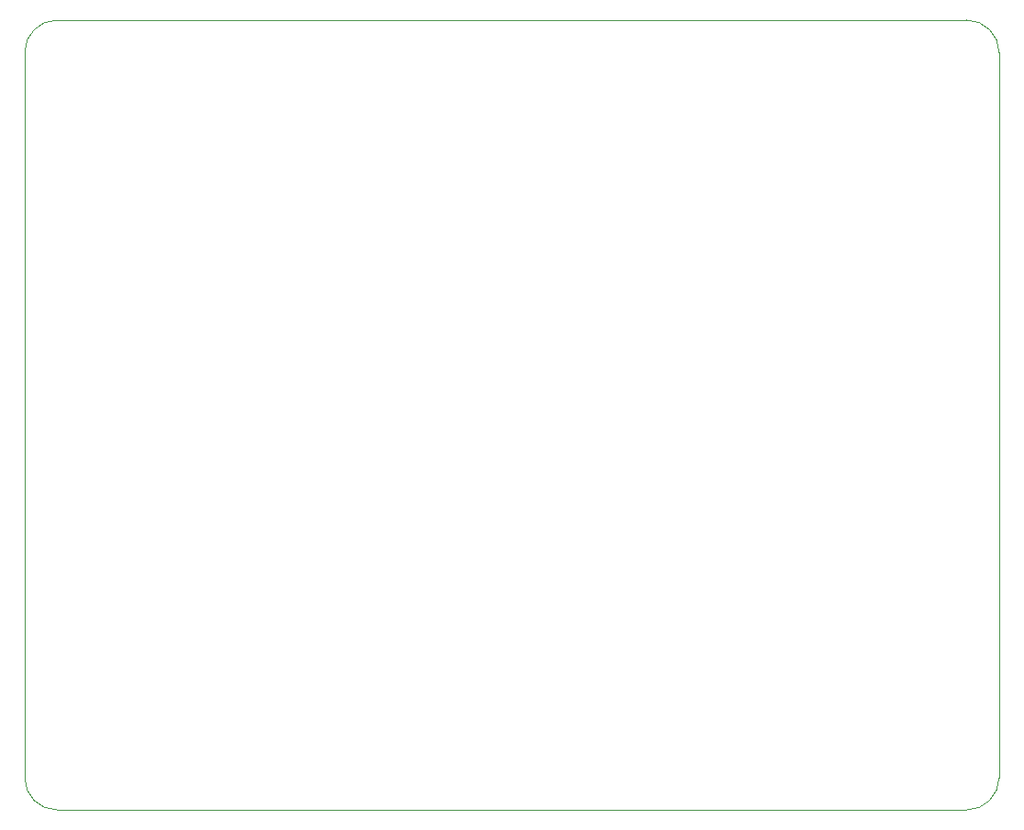
<source format=gbr>
G04 #@! TF.GenerationSoftware,KiCad,Pcbnew,(5.99.0-1662-g9db296991)*
G04 #@! TF.CreationDate,2020-05-23T19:33:29+05:30*
G04 #@! TF.ProjectId,Locker1,4c6f636b-6572-4312-9e6b-696361645f70,rev?*
G04 #@! TF.SameCoordinates,Original*
G04 #@! TF.FileFunction,Profile,NP*
%FSLAX46Y46*%
G04 Gerber Fmt 4.6, Leading zero omitted, Abs format (unit mm)*
G04 Created by KiCad (PCBNEW (5.99.0-1662-g9db296991)) date 2020-05-23 19:33:29*
%MOMM*%
%LPD*%
G01*
G04 APERTURE LIST*
G04 #@! TA.AperFunction,Profile*
%ADD10C,0.050000*%
G04 #@! TD*
G04 APERTURE END LIST*
D10*
X102000000Y-15000000D02*
X102000000Y-25000000D01*
X89000000Y-12000000D02*
X99000000Y-12000000D01*
X12000000Y-15000000D02*
X12000000Y-25000000D01*
X15000000Y-85000000D02*
G75*
G02*
X12000000Y-82000000I0J3000000D01*
G01*
X102000000Y-82000000D02*
G75*
G02*
X99000000Y-85000000I-3000000J0D01*
G01*
X99000000Y-12000000D02*
G75*
G02*
X102000000Y-15000000I0J-3000000D01*
G01*
X12000000Y-15000000D02*
G75*
G02*
X15000000Y-12000000I3000000J0D01*
G01*
X15000000Y-12000000D02*
X89000000Y-12000000D01*
X12000000Y-82000000D02*
X12000000Y-25000000D01*
X99000000Y-85000000D02*
X15000000Y-85000000D01*
X102000000Y-25000000D02*
X102000000Y-82000000D01*
M02*

</source>
